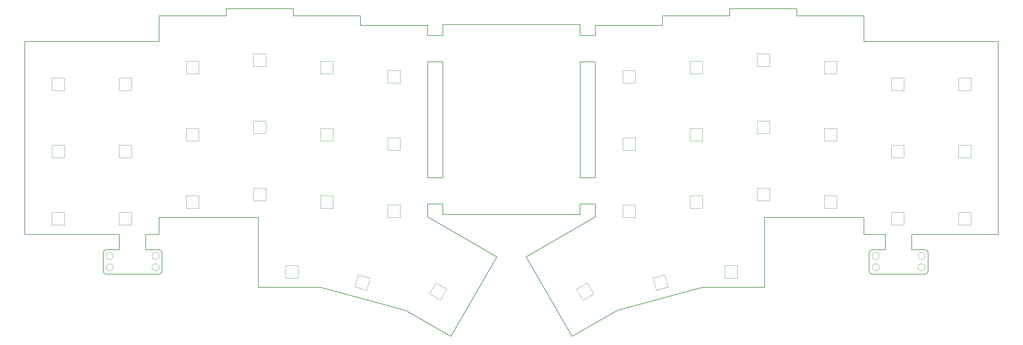
<source format=gbr>
%TF.GenerationSoftware,KiCad,Pcbnew,7.0.1-0*%
%TF.CreationDate,2023-10-15T20:39:52+08:00*%
%TF.ProjectId,qhws42_v2,71687773-3432-45f7-9632-2e6b69636164,rev?*%
%TF.SameCoordinates,Original*%
%TF.FileFunction,Profile,NP*%
%FSLAX46Y46*%
G04 Gerber Fmt 4.6, Leading zero omitted, Abs format (unit mm)*
G04 Created by KiCad (PCBNEW 7.0.1-0) date 2023-10-15 20:39:52*
%MOMM*%
%LPD*%
G01*
G04 APERTURE LIST*
%TA.AperFunction,Profile*%
%ADD10C,0.200000*%
%TD*%
%TA.AperFunction,Profile*%
%ADD11C,0.199898*%
%TD*%
%TA.AperFunction,Profile*%
%ADD12C,0.100000*%
%TD*%
G04 APERTURE END LIST*
D10*
X47625150Y-23811450D02*
X47625150Y-31100350D01*
X250093317Y-90081017D02*
G75*
G03*
X249093317Y-91081046I83J-1000083D01*
G01*
X247650000Y-85724950D02*
X253720600Y-85725000D01*
X123825000Y-29387800D02*
X128181100Y-29387800D01*
D11*
X47625150Y-85724950D02*
X43865800Y-85725000D01*
D10*
X9525875Y-31100350D02*
X9525450Y-85724950D01*
X31771288Y-96016212D02*
G75*
G03*
X32771237Y-97016212I999912J-88D01*
G01*
X47625150Y-85724950D02*
X47625150Y-80962550D01*
X171450000Y-29387800D02*
X171450350Y-26479550D01*
X85725150Y-21717050D02*
X66675150Y-21717050D01*
D12*
X264983010Y-91853446D02*
G75*
G03*
X264983010Y-91853446I-1010000J0D01*
G01*
D10*
X48493823Y-91082226D02*
X48494623Y-96016212D01*
X75818800Y-100773150D02*
X93472983Y-100773150D01*
X264816703Y-90081046D02*
X261188200Y-90081100D01*
X130439548Y-114652265D02*
X143466001Y-92091315D01*
X104775150Y-26479550D02*
X104775150Y-23811450D01*
X219456350Y-80962550D02*
X219456350Y-100773150D01*
X123824800Y-80752588D02*
X123825000Y-77139800D01*
X164835602Y-114652265D02*
X151809149Y-92091315D01*
X66675150Y-21717050D02*
X66675150Y-23811450D01*
X219456350Y-100773150D02*
X201802167Y-100773150D01*
X250094117Y-97015032D02*
X264817503Y-97015032D01*
X171450000Y-77139800D02*
X171450350Y-80752588D01*
X201802167Y-100773150D02*
X177674300Y-107239135D01*
X171450350Y-26479550D02*
X190500000Y-26479550D01*
X47494623Y-97016223D02*
G75*
G03*
X48494623Y-96016212I-23J1000023D01*
G01*
X247650000Y-80962550D02*
X219456350Y-80962550D01*
X253720600Y-90081100D02*
X250093317Y-90081046D01*
X123824800Y-26479550D02*
X104775150Y-26479550D01*
X128181100Y-26263600D02*
X167093900Y-26263600D01*
X43865800Y-85725000D02*
X43865800Y-90081100D01*
X247650000Y-23811450D02*
X247650000Y-31100350D01*
X48493874Y-91082226D02*
G75*
G03*
X47493823Y-90082226I-1000074J-74D01*
G01*
X167093900Y-77139800D02*
X167093900Y-80086200D01*
X249094117Y-96015032D02*
X249093317Y-91081046D01*
X32770437Y-90082226D02*
X36398200Y-90081100D01*
X167093900Y-69672200D02*
X171450000Y-69672200D01*
X93472983Y-100773150D02*
X117600850Y-107239135D01*
X167093900Y-29387800D02*
X171450000Y-29387800D01*
X32770437Y-90082237D02*
G75*
G03*
X31770437Y-91082226I-37J-999963D01*
G01*
X123825000Y-69672200D02*
X123825000Y-36855400D01*
X190500000Y-23811450D02*
X209550000Y-23811450D01*
X171450000Y-36855400D02*
X171450000Y-69672200D01*
X117600850Y-107239135D02*
X130439548Y-114652265D01*
X47493823Y-90082226D02*
X43865800Y-90081100D01*
X228600000Y-21717050D02*
X228600000Y-23811450D01*
D12*
X264983010Y-95069846D02*
G75*
G03*
X264983010Y-95069846I-1010000J0D01*
G01*
D10*
X167093900Y-26263600D02*
X167093900Y-29387800D01*
X190500000Y-26479550D02*
X190500000Y-23811450D01*
D12*
X251945010Y-91853446D02*
G75*
G03*
X251945010Y-91853446I-1010000J0D01*
G01*
D10*
X123825000Y-69672200D02*
X128181100Y-69672200D01*
X209550000Y-21717050D02*
X228600000Y-21717050D01*
X128181100Y-36855400D02*
X123825000Y-36855400D01*
X47625150Y-31100350D02*
X9525875Y-31100350D01*
X128181100Y-29387800D02*
X128181100Y-26263600D01*
X167093900Y-80086200D02*
X128181100Y-80086200D01*
D12*
X47660130Y-91854626D02*
G75*
G03*
X47660130Y-91854626I-1010000J0D01*
G01*
D10*
X167093900Y-36855400D02*
X167093900Y-69672200D01*
X123825000Y-29387800D02*
X123824800Y-26479550D01*
X128181100Y-77139800D02*
X123825000Y-77139800D01*
X285749700Y-85724950D02*
X261188200Y-85725000D01*
D12*
X34622130Y-95071026D02*
G75*
G03*
X34622130Y-95071026I-1010000J0D01*
G01*
D10*
X265816754Y-91081046D02*
G75*
G03*
X264816703Y-90081046I-1000054J-54D01*
G01*
X32771237Y-97016212D02*
X47494623Y-97016212D01*
X171450000Y-36855400D02*
X167093900Y-36855400D01*
D12*
X47660130Y-95071026D02*
G75*
G03*
X47660130Y-95071026I-1010000J0D01*
G01*
D10*
X253720600Y-85725000D02*
X253720600Y-90081100D01*
X85725150Y-23811450D02*
X85725150Y-21717050D01*
X128181100Y-80086200D02*
X128181100Y-77139800D01*
X261188200Y-85725000D02*
X261188200Y-90081100D01*
X66675150Y-23811450D02*
X47625150Y-23811450D01*
X177674300Y-107239135D02*
X164835602Y-114652265D01*
X128181100Y-69672200D02*
X128181100Y-36855400D01*
X104775150Y-23811450D02*
X85725150Y-23811450D01*
X265816703Y-91081046D02*
X265817503Y-96015032D01*
X247650000Y-31100350D02*
X285749275Y-31100350D01*
D12*
X251945010Y-95069846D02*
G75*
G03*
X251945010Y-95069846I-1010000J0D01*
G01*
D10*
X249094068Y-96015032D02*
G75*
G03*
X250094117Y-97015032I1000032J32D01*
G01*
X264817503Y-97015003D02*
G75*
G03*
X265817503Y-96015032I97J999903D01*
G01*
X171450000Y-77139800D02*
X167093900Y-77139800D01*
X151809149Y-92091315D02*
X171450350Y-80752588D01*
X9525450Y-85724950D02*
X36398200Y-85725000D01*
X75818800Y-80962550D02*
X75818800Y-100773150D01*
X228600000Y-23811450D02*
X247650000Y-23811450D01*
X47625150Y-80962550D02*
X75818800Y-80962550D01*
X209550000Y-23811450D02*
X209550000Y-21717050D01*
X36398200Y-85725000D02*
X36398200Y-90081100D01*
X285749275Y-31100350D02*
X285749700Y-85724950D01*
X247650000Y-85724950D02*
X247650000Y-80962550D01*
X143466001Y-92091315D02*
X123824800Y-80752588D01*
X31771237Y-96016212D02*
X31770437Y-91082226D01*
D12*
X34622130Y-91854626D02*
G75*
G03*
X34622130Y-91854626I-1010000J0D01*
G01*
%TO.C,LED34*%
X179197000Y-80962000D02*
X182753000Y-80962000D01*
X182753000Y-80962000D02*
X182753000Y-77406000D01*
X182753000Y-77406000D02*
X179197000Y-77406000D01*
X179197000Y-77406000D02*
X179197000Y-80962000D01*
%TO.C,LED11*%
X93472000Y-59244000D02*
X97028000Y-59244000D01*
X97028000Y-59244000D02*
X97028000Y-55688000D01*
X97028000Y-55688000D02*
X93472000Y-55688000D01*
X93472000Y-55688000D02*
X93472000Y-59244000D01*
%TO.C,LED26*%
X255397000Y-44958000D02*
X258953000Y-44958000D01*
X258953000Y-44958000D02*
X258953000Y-41402000D01*
X258953000Y-41402000D02*
X255397000Y-41402000D01*
X255397000Y-41402000D02*
X255397000Y-44958000D01*
%TO.C,LED22*%
X179197000Y-42862000D02*
X182753000Y-42862000D01*
X182753000Y-42862000D02*
X182753000Y-39306000D01*
X182753000Y-39306000D02*
X179197000Y-39306000D01*
X179197000Y-39306000D02*
X179197000Y-42862000D01*
%TO.C,LED39*%
X274447000Y-83058000D02*
X278003000Y-83058000D01*
X278003000Y-83058000D02*
X278003000Y-79502000D01*
X278003000Y-79502000D02*
X274447000Y-79502000D01*
X274447000Y-79502000D02*
X274447000Y-83058000D01*
%TO.C,LED33*%
X274447000Y-64008000D02*
X278003000Y-64008000D01*
X278003000Y-64008000D02*
X278003000Y-60452000D01*
X278003000Y-60452000D02*
X274447000Y-60452000D01*
X274447000Y-60452000D02*
X274447000Y-64008000D01*
%TO.C,LED28*%
X179197000Y-61912000D02*
X182753000Y-61912000D01*
X182753000Y-61912000D02*
X182753000Y-58356000D01*
X182753000Y-58356000D02*
X179197000Y-58356000D01*
X179197000Y-58356000D02*
X179197000Y-61912000D01*
%TO.C,LED7*%
X17272000Y-64008000D02*
X20828000Y-64008000D01*
X20828000Y-64008000D02*
X20828000Y-60452000D01*
X20828000Y-60452000D02*
X17272000Y-60452000D01*
X17272000Y-60452000D02*
X17272000Y-64008000D01*
%TO.C,LED35*%
X198247000Y-78294000D02*
X201803000Y-78294000D01*
X201803000Y-78294000D02*
X201803000Y-74738000D01*
X201803000Y-74738000D02*
X198247000Y-74738000D01*
X198247000Y-74738000D02*
X198247000Y-78294000D01*
%TO.C,LED13*%
X17272000Y-83058000D02*
X20828000Y-83058000D01*
X20828000Y-83058000D02*
X20828000Y-79502000D01*
X20828000Y-79502000D02*
X17272000Y-79502000D01*
X17272000Y-79502000D02*
X17272000Y-83058000D01*
%TO.C,LED27*%
X274447000Y-44958000D02*
X278003000Y-44958000D01*
X278003000Y-44958000D02*
X278003000Y-41402000D01*
X278003000Y-41402000D02*
X274447000Y-41402000D01*
X274447000Y-41402000D02*
X274447000Y-44958000D01*
%TO.C,LED25*%
X236347000Y-40194000D02*
X239903000Y-40194000D01*
X239903000Y-40194000D02*
X239903000Y-36638000D01*
X239903000Y-36638000D02*
X236347000Y-36638000D01*
X236347000Y-36638000D02*
X236347000Y-40194000D01*
%TO.C,LED6*%
X112522000Y-42862000D02*
X116078000Y-42862000D01*
X116078000Y-42862000D02*
X116078000Y-39306000D01*
X116078000Y-39306000D02*
X112522000Y-39306000D01*
X112522000Y-39306000D02*
X112522000Y-42862000D01*
%TO.C,LED42*%
X208153000Y-98106000D02*
X211709000Y-98106000D01*
X211709000Y-98106000D02*
X211709000Y-94550000D01*
X211709000Y-94550000D02*
X208153000Y-94550000D01*
X208153000Y-94550000D02*
X208153000Y-98106000D01*
%TO.C,LED14*%
X36322000Y-83058000D02*
X39878000Y-83058000D01*
X39878000Y-83058000D02*
X39878000Y-79502000D01*
X39878000Y-79502000D02*
X36322000Y-79502000D01*
X36322000Y-79502000D02*
X36322000Y-83058000D01*
%TO.C,LED12*%
X112522000Y-61912000D02*
X116078000Y-61912000D01*
X116078000Y-61912000D02*
X116078000Y-58356000D01*
X116078000Y-58356000D02*
X112522000Y-58356000D01*
X112522000Y-58356000D02*
X112522000Y-61912000D01*
%TO.C,LED16*%
X74422000Y-76200000D02*
X77978000Y-76200000D01*
X77978000Y-76200000D02*
X77978000Y-72644000D01*
X77978000Y-72644000D02*
X74422000Y-72644000D01*
X74422000Y-72644000D02*
X74422000Y-76200000D01*
%TO.C,LED31*%
X236347000Y-59244000D02*
X239903000Y-59244000D01*
X239903000Y-59244000D02*
X239903000Y-55688000D01*
X239903000Y-55688000D02*
X236347000Y-55688000D01*
X236347000Y-55688000D02*
X236347000Y-59244000D01*
%TO.C,LED9*%
X55372000Y-59244000D02*
X58928000Y-59244000D01*
X58928000Y-59244000D02*
X58928000Y-55688000D01*
X58928000Y-55688000D02*
X55372000Y-55688000D01*
X55372000Y-55688000D02*
X55372000Y-59244000D01*
%TO.C,LED41*%
X188664952Y-101538138D02*
X192099784Y-100617778D01*
X192099784Y-100617778D02*
X191179424Y-97182946D01*
X191179424Y-97182946D02*
X187744592Y-98103306D01*
X187744592Y-98103306D02*
X188664952Y-101538138D01*
%TO.C,LED19*%
X83566000Y-98106000D02*
X87122000Y-98106000D01*
X87122000Y-98106000D02*
X87122000Y-94550000D01*
X87122000Y-94550000D02*
X83566000Y-94550000D01*
X83566000Y-94550000D02*
X83566000Y-98106000D01*
%TO.C,LED17*%
X93472000Y-78294000D02*
X97028000Y-78294000D01*
X97028000Y-78294000D02*
X97028000Y-74738000D01*
X97028000Y-74738000D02*
X93472000Y-74738000D01*
X93472000Y-74738000D02*
X93472000Y-78294000D01*
%TO.C,LED15*%
X55372000Y-78294000D02*
X58928000Y-78294000D01*
X58928000Y-78294000D02*
X58928000Y-74738000D01*
X58928000Y-74738000D02*
X55372000Y-74738000D01*
X55372000Y-74738000D02*
X55372000Y-78294000D01*
%TO.C,LED38*%
X255397000Y-83058000D02*
X258953000Y-83058000D01*
X258953000Y-83058000D02*
X258953000Y-79502000D01*
X258953000Y-79502000D02*
X255397000Y-79502000D01*
X255397000Y-79502000D02*
X255397000Y-83058000D01*
%TO.C,LED23*%
X198247000Y-40194000D02*
X201803000Y-40194000D01*
X201803000Y-40194000D02*
X201803000Y-36638000D01*
X201803000Y-36638000D02*
X198247000Y-36638000D01*
X198247000Y-36638000D02*
X198247000Y-40194000D01*
%TO.C,LED8*%
X36322000Y-64008000D02*
X39878000Y-64008000D01*
X39878000Y-64008000D02*
X39878000Y-60452000D01*
X39878000Y-60452000D02*
X36322000Y-60452000D01*
X36322000Y-60452000D02*
X36322000Y-64008000D01*
%TO.C,LED40*%
X167831897Y-104354399D02*
X170911483Y-102576399D01*
X170911483Y-102576399D02*
X169133483Y-99496813D01*
X169133483Y-99496813D02*
X166053897Y-101274813D01*
X166053897Y-101274813D02*
X167831897Y-104354399D01*
%TO.C,LED18*%
X112522000Y-80962000D02*
X116078000Y-80962000D01*
X116078000Y-80962000D02*
X116078000Y-77406000D01*
X116078000Y-77406000D02*
X112522000Y-77406000D01*
X112522000Y-77406000D02*
X112522000Y-80962000D01*
%TO.C,LED32*%
X255397000Y-64008000D02*
X258953000Y-64008000D01*
X258953000Y-64008000D02*
X258953000Y-60452000D01*
X258953000Y-60452000D02*
X255397000Y-60452000D01*
X255397000Y-60452000D02*
X255397000Y-64008000D01*
%TO.C,LED21*%
X124368541Y-102557649D02*
X127448127Y-104335649D01*
X127448127Y-104335649D02*
X129226127Y-101256063D01*
X129226127Y-101256063D02*
X126146541Y-99478063D01*
X126146541Y-99478063D02*
X124368541Y-102557649D01*
%TO.C,LED30*%
X217297000Y-57150000D02*
X220853000Y-57150000D01*
X220853000Y-57150000D02*
X220853000Y-53594000D01*
X220853000Y-53594000D02*
X217297000Y-53594000D01*
X217297000Y-53594000D02*
X217297000Y-57150000D01*
%TO.C,LED4*%
X74422000Y-38100000D02*
X77978000Y-38100000D01*
X77978000Y-38100000D02*
X77978000Y-34544000D01*
X77978000Y-34544000D02*
X74422000Y-34544000D01*
X74422000Y-34544000D02*
X74422000Y-38100000D01*
%TO.C,LED20*%
X103176494Y-100608072D02*
X106611326Y-101528432D01*
X106611326Y-101528432D02*
X107531686Y-98093600D01*
X107531686Y-98093600D02*
X104096854Y-97173240D01*
X104096854Y-97173240D02*
X103176494Y-100608072D01*
%TO.C,LED10*%
X74422000Y-57150000D02*
X77978000Y-57150000D01*
X77978000Y-57150000D02*
X77978000Y-53594000D01*
X77978000Y-53594000D02*
X74422000Y-53594000D01*
X74422000Y-53594000D02*
X74422000Y-57150000D01*
%TO.C,LED37*%
X236347000Y-78294000D02*
X239903000Y-78294000D01*
X239903000Y-78294000D02*
X239903000Y-74738000D01*
X239903000Y-74738000D02*
X236347000Y-74738000D01*
X236347000Y-74738000D02*
X236347000Y-78294000D01*
%TO.C,LED36*%
X217297000Y-76200000D02*
X220853000Y-76200000D01*
X220853000Y-76200000D02*
X220853000Y-72644000D01*
X220853000Y-72644000D02*
X217297000Y-72644000D01*
X217297000Y-72644000D02*
X217297000Y-76200000D01*
%TO.C,LED3*%
X55372000Y-40194000D02*
X58928000Y-40194000D01*
X58928000Y-40194000D02*
X58928000Y-36638000D01*
X58928000Y-36638000D02*
X55372000Y-36638000D01*
X55372000Y-36638000D02*
X55372000Y-40194000D01*
%TO.C,LED2*%
X36322000Y-44958000D02*
X39878000Y-44958000D01*
X39878000Y-44958000D02*
X39878000Y-41402000D01*
X39878000Y-41402000D02*
X36322000Y-41402000D01*
X36322000Y-41402000D02*
X36322000Y-44958000D01*
%TO.C,LED24*%
X217297000Y-38100000D02*
X220853000Y-38100000D01*
X220853000Y-38100000D02*
X220853000Y-34544000D01*
X220853000Y-34544000D02*
X217297000Y-34544000D01*
X217297000Y-34544000D02*
X217297000Y-38100000D01*
%TO.C,LED29*%
X198247000Y-59244000D02*
X201803000Y-59244000D01*
X201803000Y-59244000D02*
X201803000Y-55688000D01*
X201803000Y-55688000D02*
X198247000Y-55688000D01*
X198247000Y-55688000D02*
X198247000Y-59244000D01*
%TO.C,LED1*%
X17272000Y-44958000D02*
X20828000Y-44958000D01*
X20828000Y-44958000D02*
X20828000Y-41402000D01*
X20828000Y-41402000D02*
X17272000Y-41402000D01*
X17272000Y-41402000D02*
X17272000Y-44958000D01*
%TO.C,LED5*%
X93472000Y-40194000D02*
X97028000Y-40194000D01*
X97028000Y-40194000D02*
X97028000Y-36638000D01*
X97028000Y-36638000D02*
X93472000Y-36638000D01*
X93472000Y-36638000D02*
X93472000Y-40194000D01*
%TD*%
M02*

</source>
